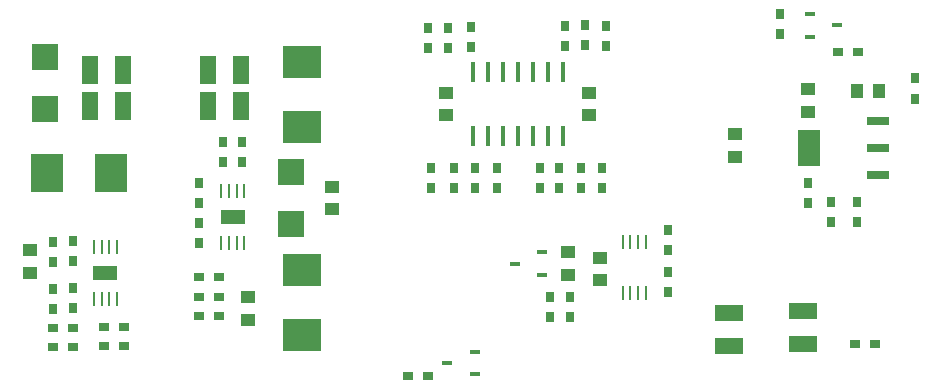
<source format=gbr>
G04 DipTrace 2.4.0.2*
%INTopPaste.gbr*%
%MOIN*%
%ADD44R,0.0156X0.0707*%
%ADD46R,0.0766X0.12*%
%ADD48R,0.0766X0.0294*%
%ADD50R,0.0786X0.0511*%
%ADD52R,0.0077X0.0471*%
%ADD54R,0.0333X0.0176*%
%ADD56R,0.1298X0.1081*%
%ADD58R,0.1081X0.1298*%
%ADD64R,0.0865X0.0865*%
%ADD66R,0.0983X0.055*%
%ADD68R,0.0432X0.0511*%
%ADD70R,0.0353X0.0314*%
%ADD72R,0.055X0.0983*%
%ADD74R,0.0314X0.0353*%
%ADD76R,0.0511X0.0432*%
%FSLAX44Y44*%
G04*
G70*
G90*
G75*
G01*
%LNTopPaste*%
%LPD*%
D76*
X5441Y10066D3*
Y9318D3*
D74*
X6878Y10378D3*
Y9709D3*
D72*
X7441Y14879D3*
X8543D3*
X7441Y16066D3*
X8543D3*
D70*
X8566Y6878D3*
X7897D3*
D74*
X6191Y8110D3*
Y8779D3*
X6878Y8128D3*
Y8797D3*
D76*
X12691Y8503D3*
Y7755D3*
D74*
X11879Y13003D3*
Y13673D3*
D76*
X15504Y11441D3*
Y12189D3*
D72*
X11379Y14879D3*
X12481D3*
X11379Y16066D3*
X12481D3*
D74*
X11066Y10316D3*
Y10985D3*
D70*
Y7878D3*
X11736D3*
X11754Y9191D3*
X11085D3*
D68*
X33752Y15377D3*
X33003D3*
D76*
X31377Y14690D3*
Y15438D3*
D74*
X32127Y11672D3*
Y11002D3*
X19567Y12129D3*
Y12798D3*
D76*
X24443Y9065D3*
Y9814D3*
X23380Y9253D3*
Y10001D3*
D74*
X23817Y12129D3*
Y12798D3*
X19380Y16816D3*
Y17486D3*
X23943Y16897D3*
Y17566D3*
D76*
X19317Y14566D3*
Y15314D3*
X24067Y14566D3*
Y15314D3*
X28940Y13190D3*
Y13938D3*
D66*
X28753Y6878D3*
Y7980D3*
X31190Y6940D3*
Y8042D3*
D64*
X5941Y16504D3*
Y14772D3*
X14129Y10941D3*
Y12673D3*
D58*
X6003Y12628D3*
X8149D3*
D56*
X14504Y7253D3*
Y9399D3*
Y14191D3*
Y16336D3*
D54*
X31440Y17940D3*
Y17192D3*
X32346Y17566D3*
X20255Y5940D3*
Y6688D3*
X19349Y6314D3*
D70*
X8566Y7503D3*
X7897D3*
X6191Y6860D3*
X6860D3*
X6878Y7485D3*
X6209D3*
D74*
X6191Y9690D3*
Y10360D3*
X12504Y13691D3*
Y13022D3*
X11066Y11628D3*
Y12298D3*
D70*
Y8503D3*
X11736D3*
D74*
X31377Y11628D3*
Y12297D3*
X33002Y11021D3*
Y11690D3*
X30440Y17940D3*
Y17271D3*
D70*
X32378Y16690D3*
X33047D3*
D74*
X34940Y15127D3*
Y15797D3*
X22755Y8503D3*
Y7834D3*
X23443Y8503D3*
Y7834D3*
X26693Y10066D3*
Y10735D3*
Y8690D3*
Y9360D3*
X21005Y12129D3*
Y12798D3*
X20255Y12129D3*
Y12798D3*
X18817Y12816D3*
Y12147D3*
X22442Y12129D3*
Y12798D3*
X23067Y12129D3*
Y12798D3*
X24505Y12816D3*
Y12147D3*
X20130Y17504D3*
Y16835D3*
X18692Y16816D3*
Y17486D3*
X23255Y17548D3*
Y16879D3*
X24630D3*
Y17548D3*
D70*
X18692Y5878D3*
X18023D3*
X32940Y6940D3*
X33609D3*
D52*
X7566Y8440D3*
X7822D3*
X8078D3*
X8334D3*
Y10173D3*
X8078D3*
X7822D3*
X7566D3*
D50*
X7950Y9307D3*
D52*
X11816Y10316D3*
X12072D3*
X12328D3*
X12584D3*
Y12048D3*
X12328D3*
X12072D3*
X11816D3*
D50*
X12200Y11182D3*
D48*
X33690Y12565D3*
Y13471D3*
Y14376D3*
D46*
X31407Y13471D3*
D52*
X25193Y8628D3*
X25449D3*
X25705D3*
X25960D3*
Y10360D3*
X25705D3*
X25449D3*
X25193D3*
D54*
X22505Y9253D3*
Y10001D3*
X21599Y9627D3*
D44*
X20192Y13879D3*
X20692D3*
X21192D3*
X21692D3*
X22192D3*
X22692D3*
X23192D3*
Y16005D3*
X22692D3*
X22192D3*
X21692D3*
X21192D3*
X20692D3*
X20192D3*
M02*

</source>
